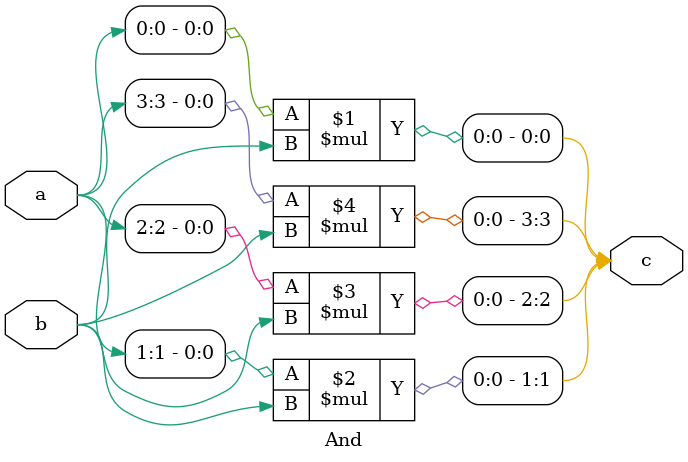
<source format=v>
`timescale 1ns / 1ps
module And(
input [3:0] a,
input b,
    output [3:0] c
    );

assign c[0] = a[0]*b;
assign c[1] = a[1]*b;
assign c[2] = a[2]*b;
assign c[3] = a[3]*b;


endmodule

</source>
